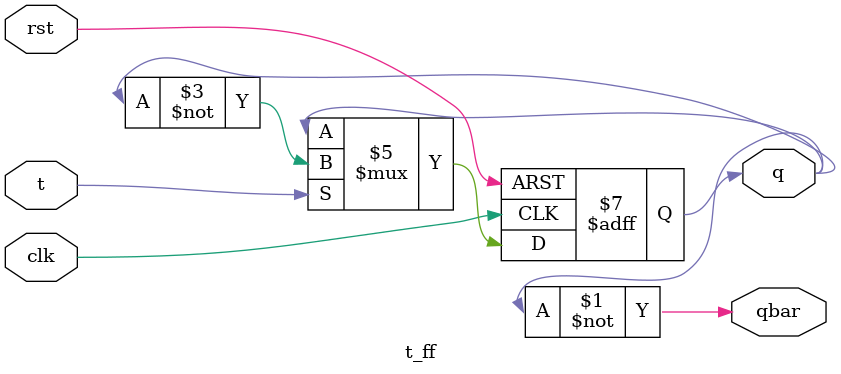
<source format=v>
module t_ff(
    input  wire clk,
    input  wire rst,
    input  wire t,
    output reg  q,
    output wire qbar
);

assign qbar = ~q;

always @(posedge clk or posedge rst) begin
    if (rst)
        q <= 0;
    else if (t)
        q <= ~q;
    else
        q <= q;
end

endmodule

</source>
